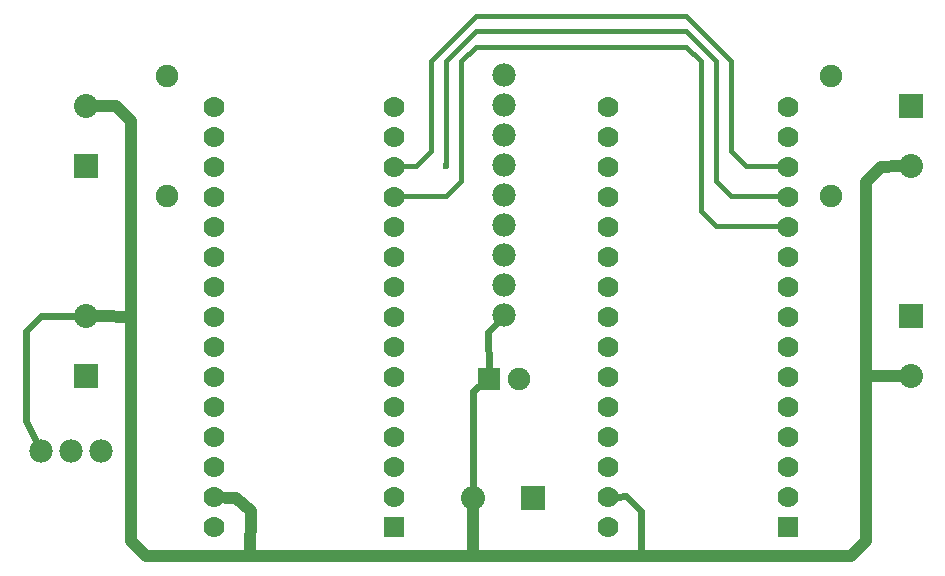
<source format=gbl>
G04 MADE WITH FRITZING*
G04 WWW.FRITZING.ORG*
G04 DOUBLE SIDED*
G04 HOLES PLATED*
G04 CONTOUR ON CENTER OF CONTOUR VECTOR*
%ASAXBY*%
%FSLAX23Y23*%
%MOIN*%
%OFA0B0*%
%SFA1.0B1.0*%
%ADD10C,0.080000*%
%ADD11C,0.070000*%
%ADD12C,0.075000*%
%ADD13C,0.078000*%
%ADD14C,0.023622*%
%ADD15R,0.080000X0.080000*%
%ADD16R,0.069972X0.070000*%
%ADD17R,0.075000X0.075000*%
%ADD18C,0.016000*%
%ADD19C,0.024000*%
%ADD20C,0.040000*%
%LNCOPPER0*%
G90*
G70*
G54D10*
X271Y657D03*
X271Y857D03*
G54D11*
X1297Y153D03*
X1297Y253D03*
X1297Y353D03*
X1297Y453D03*
X1297Y553D03*
X1297Y653D03*
X1297Y753D03*
X1297Y853D03*
X1297Y953D03*
X1297Y1053D03*
X1297Y1153D03*
X1297Y1253D03*
X1297Y1353D03*
X1297Y1453D03*
X1297Y1553D03*
X697Y153D03*
X697Y253D03*
X697Y353D03*
X697Y453D03*
X697Y553D03*
X697Y653D03*
X697Y753D03*
X697Y853D03*
X697Y953D03*
X697Y1053D03*
X697Y1153D03*
X697Y1253D03*
X697Y1353D03*
X697Y1453D03*
X697Y1553D03*
X2610Y153D03*
X2610Y253D03*
X2610Y353D03*
X2610Y453D03*
X2610Y553D03*
X2610Y653D03*
X2610Y753D03*
X2610Y853D03*
X2610Y953D03*
X2610Y1053D03*
X2610Y1153D03*
X2610Y1253D03*
X2610Y1353D03*
X2610Y1453D03*
X2610Y1553D03*
X2010Y153D03*
X2010Y253D03*
X2010Y353D03*
X2010Y453D03*
X2010Y553D03*
X2010Y653D03*
X2010Y753D03*
X2010Y853D03*
X2010Y953D03*
X2010Y1053D03*
X2010Y1153D03*
X2010Y1253D03*
X2010Y1353D03*
X2010Y1453D03*
X2010Y1553D03*
G54D12*
X2755Y1258D03*
X2755Y1658D03*
X539Y1658D03*
X539Y1258D03*
G54D10*
X3021Y857D03*
X3021Y657D03*
X271Y1357D03*
X271Y1557D03*
X3021Y1557D03*
X3021Y1357D03*
X1759Y252D03*
X1559Y252D03*
G54D13*
X1664Y1660D03*
X1664Y1560D03*
X1664Y1460D03*
X1664Y1360D03*
X1664Y1260D03*
X1664Y1160D03*
X1664Y1060D03*
X1664Y960D03*
X1664Y860D03*
X321Y407D03*
X221Y407D03*
X121Y407D03*
G54D12*
X1614Y649D03*
X1714Y649D03*
G54D14*
X1471Y1357D03*
G54D15*
X271Y657D03*
G54D16*
X1297Y153D03*
X2610Y153D03*
G54D15*
X3021Y857D03*
X271Y1357D03*
X3021Y1557D03*
X1759Y252D03*
G54D17*
X1614Y649D03*
G54D18*
X1321Y1357D02*
X1320Y1357D01*
D02*
X1370Y1357D02*
X1321Y1357D01*
D02*
X2271Y1857D02*
X1572Y1857D01*
D02*
X1421Y1708D02*
X1422Y1407D01*
D02*
X1572Y1857D02*
X1421Y1708D01*
D02*
X1422Y1407D02*
X1370Y1357D01*
D02*
X2472Y1358D02*
X2421Y1407D01*
D02*
X2586Y1356D02*
X2571Y1357D01*
D02*
X2421Y1708D02*
X2271Y1857D01*
D02*
X2571Y1357D02*
X2472Y1358D01*
D02*
X2421Y1407D02*
X2421Y1708D01*
G54D19*
D02*
X1559Y608D02*
X1559Y283D01*
D02*
X1622Y657D02*
X1559Y608D01*
D02*
X1634Y669D02*
X1622Y657D01*
G54D18*
D02*
X1572Y1807D02*
X1471Y1708D01*
D02*
X1471Y1708D02*
X1471Y1371D01*
D02*
X2271Y1807D02*
X1572Y1807D01*
D02*
X2371Y1708D02*
X2271Y1807D01*
D02*
X2421Y1257D02*
X2371Y1307D01*
D02*
X2571Y1257D02*
X2421Y1257D01*
D02*
X2371Y1307D02*
X2371Y1708D01*
D02*
X2586Y1255D02*
X2571Y1257D01*
D02*
X2321Y1708D02*
X2271Y1756D01*
D02*
X2371Y1157D02*
X2321Y1207D01*
D02*
X2271Y1756D02*
X1571Y1756D01*
D02*
X2321Y1207D02*
X2321Y1708D01*
D02*
X1571Y1756D02*
X1521Y1708D01*
D02*
X1321Y1258D02*
X1320Y1258D01*
D02*
X1470Y1257D02*
X1321Y1258D01*
D02*
X1521Y1308D02*
X1470Y1257D01*
D02*
X1521Y1708D02*
X1521Y1308D01*
D02*
X2571Y1157D02*
X2371Y1157D01*
D02*
X2586Y1155D02*
X2571Y1157D01*
G54D20*
D02*
X2821Y58D02*
X2120Y57D01*
D02*
X1559Y58D02*
X1559Y210D01*
D02*
X2979Y657D02*
X2920Y657D01*
G54D19*
D02*
X1643Y838D02*
X1612Y803D01*
D02*
X1612Y803D02*
X1613Y678D01*
G54D20*
D02*
X421Y1507D02*
X421Y856D01*
D02*
X371Y1558D02*
X421Y1507D01*
D02*
X313Y1557D02*
X371Y1558D01*
G54D19*
D02*
X122Y857D02*
X240Y857D01*
D02*
X108Y434D02*
X71Y507D01*
D02*
X71Y808D02*
X122Y857D01*
G54D20*
D02*
X818Y58D02*
X1559Y58D01*
D02*
X471Y58D02*
X818Y58D01*
D02*
X1559Y58D02*
X1559Y210D01*
D02*
X422Y107D02*
X471Y58D01*
D02*
X421Y856D02*
X422Y107D01*
D02*
X421Y856D02*
X313Y857D01*
D02*
X771Y250D02*
X737Y252D01*
D02*
X820Y207D02*
X771Y250D01*
D02*
X818Y58D02*
X820Y207D01*
D02*
X2120Y57D02*
X1559Y58D01*
G54D19*
D02*
X2071Y257D02*
X2039Y255D01*
D02*
X2120Y207D02*
X2071Y257D01*
D02*
X2120Y57D02*
X2120Y207D01*
G54D20*
D02*
X2870Y108D02*
X2821Y58D01*
D02*
X2870Y658D02*
X2870Y108D01*
D02*
X2920Y657D02*
X2870Y658D01*
D02*
X2920Y1356D02*
X2979Y1357D01*
D02*
X2870Y1306D02*
X2920Y1356D01*
D02*
X2870Y658D02*
X2870Y1306D01*
D02*
X2979Y658D02*
X2870Y658D01*
G54D19*
D02*
X71Y507D02*
X71Y808D01*
G04 End of Copper0*
M02*
</source>
